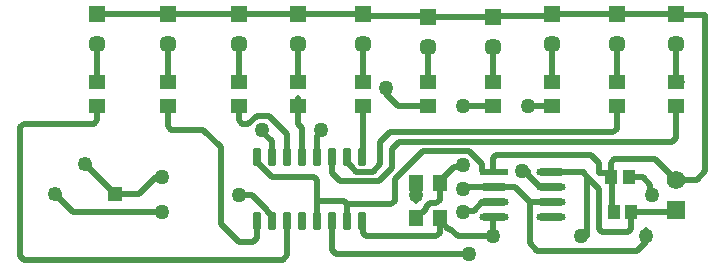
<source format=gtl>
G04*
G04 #@! TF.GenerationSoftware,Altium Limited,Altium Designer,24.5.2 (23)*
G04*
G04 Layer_Physical_Order=1*
G04 Layer_Color=255*
%FSLAX44Y44*%
%MOMM*%
G71*
G04*
G04 #@! TF.SameCoordinates,DE00AD7B-9573-4419-8703-1480E7219BD1*
G04*
G04*
G04 #@! TF.FilePolarity,Positive*
G04*
G01*
G75*
%ADD14R,2.4692X0.6221*%
G04:AMPARAMS|DCode=15|XSize=2.4692mm|YSize=0.6221mm|CornerRadius=0.3111mm|HoleSize=0mm|Usage=FLASHONLY|Rotation=0.000|XOffset=0mm|YOffset=0mm|HoleType=Round|Shape=RoundedRectangle|*
%AMROUNDEDRECTD15*
21,1,2.4692,0.0000,0,0,0.0*
21,1,1.8470,0.6221,0,0,0.0*
1,1,0.6221,0.9235,0.0000*
1,1,0.6221,-0.9235,0.0000*
1,1,0.6221,-0.9235,0.0000*
1,1,0.6221,0.9235,0.0000*
%
%ADD15ROUNDEDRECTD15*%
%ADD16R,1.0000X1.3000*%
%ADD17R,1.2000X1.4500*%
%ADD18R,1.4500X1.2000*%
G04:AMPARAMS|DCode=19|XSize=0.6mm|YSize=1.45mm|CornerRadius=0.051mm|HoleSize=0mm|Usage=FLASHONLY|Rotation=0.000|XOffset=0mm|YOffset=0mm|HoleType=Round|Shape=RoundedRectangle|*
%AMROUNDEDRECTD19*
21,1,0.6000,1.3480,0,0,0.0*
21,1,0.4980,1.4500,0,0,0.0*
1,1,0.1020,0.2490,-0.6740*
1,1,0.1020,-0.2490,-0.6740*
1,1,0.1020,-0.2490,0.6740*
1,1,0.1020,0.2490,0.6740*
%
%ADD19ROUNDEDRECTD19*%
%ADD24C,1.5700*%
%ADD25R,1.5700X1.5700*%
%ADD26R,1.4500X1.4500*%
%ADD27C,1.4500*%
%ADD28R,1.2500X1.2500*%
%ADD29C,1.2500*%
%ADD31C,0.5000*%
%ADD32C,1.2700*%
D14*
X415864Y79050D02*
D03*
D15*
Y66350D02*
D03*
Y53650D02*
D03*
Y40950D02*
D03*
X464136D02*
D03*
Y53650D02*
D03*
Y66350D02*
D03*
Y79050D02*
D03*
D16*
X517500Y45000D02*
D03*
X532500D02*
D03*
X515000Y75000D02*
D03*
X530000D02*
D03*
D17*
X350000Y70000D02*
D03*
X370000D02*
D03*
X350000Y40000D02*
D03*
X370000D02*
D03*
D18*
X570000Y135000D02*
D03*
Y155000D02*
D03*
X520000Y135000D02*
D03*
Y155000D02*
D03*
X465000Y135000D02*
D03*
Y155000D02*
D03*
X415000Y135000D02*
D03*
Y155000D02*
D03*
X360000Y135000D02*
D03*
Y155000D02*
D03*
X305000Y135000D02*
D03*
Y155000D02*
D03*
X250000Y135000D02*
D03*
Y155000D02*
D03*
X200000Y135000D02*
D03*
Y155000D02*
D03*
X140000Y135000D02*
D03*
Y155000D02*
D03*
X80000Y135000D02*
D03*
Y155000D02*
D03*
D19*
X215550Y37750D02*
D03*
X228250D02*
D03*
X240950D02*
D03*
X253650D02*
D03*
X266350D02*
D03*
X279050D02*
D03*
X291750D02*
D03*
X304450D02*
D03*
X215550Y92250D02*
D03*
X228250D02*
D03*
X240950D02*
D03*
X253650D02*
D03*
X266350D02*
D03*
X279050D02*
D03*
X291750D02*
D03*
X304450D02*
D03*
D24*
X570000Y72700D02*
D03*
D25*
Y47300D02*
D03*
D26*
X140000Y212700D02*
D03*
X570000D02*
D03*
X415000Y210400D02*
D03*
X520000Y212700D02*
D03*
X465000D02*
D03*
X360000Y210400D02*
D03*
X305000Y212700D02*
D03*
X250000D02*
D03*
X200000D02*
D03*
X80000D02*
D03*
D27*
X140000Y187300D02*
D03*
X570000D02*
D03*
X415000Y185000D02*
D03*
X520000Y187300D02*
D03*
X465000D02*
D03*
X360000Y185000D02*
D03*
X305000Y187300D02*
D03*
X250000D02*
D03*
X200000D02*
D03*
X80000D02*
D03*
D28*
X95400Y60150D02*
D03*
D29*
X44600D02*
D03*
X70000Y85550D02*
D03*
D31*
X350000Y60000D02*
Y70000D01*
X382277Y83527D02*
X388527D01*
X350000Y55000D02*
Y60000D01*
X388527Y83527D02*
X390000Y85000D01*
X370000Y71250D02*
X382277Y83527D01*
X202929Y120000D02*
X208242D01*
X220000Y112916D02*
Y115000D01*
X215092Y126850D02*
X225221D01*
X227750Y92750D02*
Y105166D01*
X220000Y112916D02*
X227750Y105166D01*
X208242Y120000D02*
X215092Y126850D01*
X225221D02*
X240950Y111121D01*
X548527Y61473D02*
X550000Y60000D01*
X542071Y75000D02*
X548527Y68544D01*
Y61473D02*
Y68544D01*
X530000Y75000D02*
X542071D01*
X266350Y109266D02*
X270000Y112916D01*
X266350Y92250D02*
Y109266D01*
X270000Y112916D02*
Y115000D01*
X391116Y66116D02*
X415630D01*
X390000Y65000D02*
X391116Y66116D01*
X520000Y115779D02*
Y135000D01*
X567071Y104850D02*
X570000Y107779D01*
X331982Y73010D02*
X355822Y96850D01*
X394908D01*
X570000Y107779D02*
Y135000D01*
X517071Y112850D02*
X520000Y115779D01*
X394908Y96850D02*
X406018Y85740D01*
Y79661D02*
X406629Y79050D01*
X327850Y112850D02*
X517071D01*
X406018Y79661D02*
Y85740D01*
X320000Y105000D02*
X327850Y112850D01*
X330000Y99071D02*
X335779Y104850D01*
X567071D01*
X406629Y79050D02*
X415864D01*
X406298Y53650D02*
X415864D01*
X391473Y46473D02*
X399122D01*
X385289Y25000D02*
X415000D01*
X390000Y45000D02*
X391473Y46473D01*
X379074Y31214D02*
X385289Y25000D01*
X399122Y46473D02*
X406298Y53650D01*
X377536Y31214D02*
X379074D01*
X370000Y38750D02*
Y40000D01*
Y38750D02*
X377536Y31214D01*
X80000Y155000D02*
Y187300D01*
X140000Y155000D02*
Y187300D01*
X200000Y155000D02*
Y187300D01*
X250000Y155000D02*
Y187300D01*
X305000Y155000D02*
Y187300D01*
X360000Y155000D02*
Y185000D01*
X415000Y155000D02*
Y185000D01*
X465000Y155000D02*
Y187300D01*
X520000Y155000D02*
Y187300D01*
X571875Y156875D02*
X573750Y155000D01*
X570000D02*
Y187300D01*
X570629Y212071D02*
X595000D01*
X570000Y212700D02*
X570629Y212071D01*
X595000Y80000D02*
Y212071D01*
X370000Y27929D02*
Y40000D01*
X367071Y25000D02*
X370000Y27929D01*
X307879Y25000D02*
X367071D01*
X304950Y27929D02*
X307879Y25000D01*
X304950Y27929D02*
Y37250D01*
X304450Y37750D02*
X304950Y37250D01*
X415630Y66116D02*
X415864Y66350D01*
X331982Y54910D02*
Y73010D01*
X330000Y82342D02*
Y99071D01*
X319158Y71500D02*
X330000Y82342D01*
X329053Y51982D02*
X331982Y54910D01*
X291750Y51982D02*
X329053D01*
X285479Y71500D02*
X319158D01*
X358500Y47679D02*
Y49528D01*
X361722Y52750D01*
X367071D01*
X370000Y55679D02*
Y71250D01*
X353500Y44750D02*
X355571D01*
X358500Y47679D01*
X350000Y40000D02*
Y41250D01*
X367071Y52750D02*
X370000Y55679D01*
X350000Y41250D02*
X353500Y44750D01*
X281979Y10000D02*
X395000D01*
X279050Y12929D02*
Y37750D01*
Y12929D02*
X281979Y10000D01*
X313571Y79500D02*
X320000Y85929D01*
Y105000D01*
X445000Y76251D02*
Y80000D01*
X454901Y66350D02*
X464136D01*
X445000Y76251D02*
X454901Y66350D01*
X433884Y66116D02*
X446350Y53650D01*
X415864Y66350D02*
X416098Y66116D01*
X433884D01*
X44600Y60150D02*
X59750Y45000D01*
X130000D01*
X115150Y60150D02*
X130000Y75000D01*
X95400Y60150D02*
X115150D01*
X545000Y25000D02*
Y30000D01*
Y20000D02*
Y25000D01*
X537071Y12071D02*
X545000Y20000D01*
X452929Y12071D02*
X537071D01*
X507929Y28000D02*
X529500D01*
X532500Y31000D02*
Y45000D01*
X505000Y30929D02*
X507929Y28000D01*
X505000Y30929D02*
Y65000D01*
X529500Y28000D02*
X532500Y31000D01*
X446290Y18710D02*
X452929Y12071D01*
X446290Y45487D02*
X446350Y45547D01*
Y53650D01*
X446290Y18710D02*
Y45487D01*
X495000Y25000D02*
Y75000D01*
X505000Y65000D01*
X492071Y77929D02*
X495000Y75000D01*
X492071Y77929D02*
Y79050D01*
X464136D02*
X492071D01*
X505000Y77929D02*
Y87071D01*
X512500Y77929D02*
X515000Y75429D01*
X505000Y77929D02*
X512500D01*
X498071Y94000D02*
X505000Y87071D01*
X515000Y75000D02*
Y75429D01*
X415000Y25000D02*
Y40386D01*
X446350Y53650D02*
X464136D01*
X515000Y75429D02*
Y87071D01*
X415000Y79661D02*
Y91071D01*
X417929Y94000D02*
X498071D01*
X415000Y79661D02*
X415611Y79050D01*
X415000Y91071D02*
X417929Y94000D01*
X570000Y72700D02*
X587700D01*
X595000Y80000D01*
X517929Y90000D02*
X552700D01*
X515000Y87071D02*
X517929Y90000D01*
X552700D02*
X570000Y72700D01*
X532500Y45000D02*
X567700D01*
X570000Y47300D01*
X266350Y54910D02*
Y72071D01*
Y37750D02*
Y54910D01*
X291750Y37750D02*
Y51982D01*
X288821Y54910D02*
X291750Y51982D01*
X266350Y54910D02*
X288821D01*
X227771Y75000D02*
X263421D01*
X266350Y72071D01*
X219735Y83035D02*
X227771Y75000D01*
X215550Y88000D02*
X219735Y83815D01*
X215550Y88000D02*
Y92250D01*
X219735Y83035D02*
Y83815D01*
X325000Y145000D02*
X335000Y135000D01*
X360000D01*
X200000Y60000D02*
X211029D01*
X224065Y46965D01*
Y46185D02*
Y46965D01*
X228250Y37750D02*
Y42000D01*
X224065Y46185D02*
X228250Y42000D01*
X465000Y135000D02*
X465000Y135000D01*
X445000Y135000D02*
X465000D01*
X215071Y37271D02*
X215550Y37750D01*
X215071Y23000D02*
Y37271D01*
X200000Y20000D02*
X212071D01*
X215071Y23000D01*
X185000Y35000D02*
X200000Y20000D01*
X185000Y35000D02*
Y100000D01*
X170000Y115000D02*
X185000Y100000D01*
X142929Y115000D02*
X170000D01*
X140000Y117929D02*
Y135000D01*
Y117929D02*
X142929Y115000D01*
X227750Y92750D02*
X228250Y92250D01*
X240950D02*
Y111121D01*
X200000Y122929D02*
Y135000D01*
Y122929D02*
X202929Y120000D01*
X390000Y135000D02*
X415000D01*
X415000Y135000D01*
X516250Y46250D02*
Y73750D01*
Y46250D02*
X517500Y45000D01*
X515000Y75000D02*
X516250Y73750D01*
X299471Y79500D02*
X313571D01*
X279050Y77929D02*
X285479Y71500D01*
X279050Y77929D02*
Y92250D01*
X291750Y88000D02*
X295935Y83815D01*
X291750Y88000D02*
Y92250D01*
X295935Y83035D02*
Y83815D01*
Y83035D02*
X299471Y79500D01*
X250000Y120000D02*
Y135000D01*
X253650Y92250D02*
Y116350D01*
X250000Y120000D02*
X253650Y116350D01*
X250000Y135000D02*
Y142071D01*
X253650Y92250D02*
X254150Y92750D01*
X200000Y212700D02*
X250000D01*
X305000D01*
X140000D02*
X200000D01*
X70000Y85550D02*
X95400Y60150D01*
X17929Y5000D02*
X237071D01*
X240950Y8879D02*
Y37750D01*
X237071Y5000D02*
X240950Y8879D01*
X15000Y7929D02*
Y117071D01*
Y7929D02*
X17929Y5000D01*
X15000Y117071D02*
X17929Y120000D01*
X77071D01*
X80000Y122929D01*
Y135000D01*
X304450Y96500D02*
X305000Y97050D01*
X304450Y92250D02*
Y96500D01*
X305000Y97050D02*
Y135000D01*
X573750Y155000D02*
X575000D01*
X520000Y212700D02*
X570000D01*
X465000D02*
X520000D01*
X416150Y211550D02*
X463850D01*
X465000Y212700D01*
X415000Y210400D02*
X416150Y211550D01*
X360000Y210400D02*
X415000D01*
X306150Y211550D02*
X358850D01*
X305000Y212700D02*
X306150Y211550D01*
X358850D02*
X360000Y210400D01*
X80000Y212700D02*
X140000D01*
D32*
X350000Y60000D02*
D03*
X390000Y85000D02*
D03*
X220000Y115000D02*
D03*
X550000Y60000D02*
D03*
X270000Y115000D02*
D03*
X390000Y65000D02*
D03*
Y45000D02*
D03*
X135000D02*
D03*
Y75000D02*
D03*
X395000Y10000D02*
D03*
X440000Y80000D02*
D03*
X545000Y25000D02*
D03*
X490000D02*
D03*
X415000D02*
D03*
X325000Y150000D02*
D03*
X200000Y60000D02*
D03*
X445000Y135000D02*
D03*
X390000D02*
D03*
M02*

</source>
